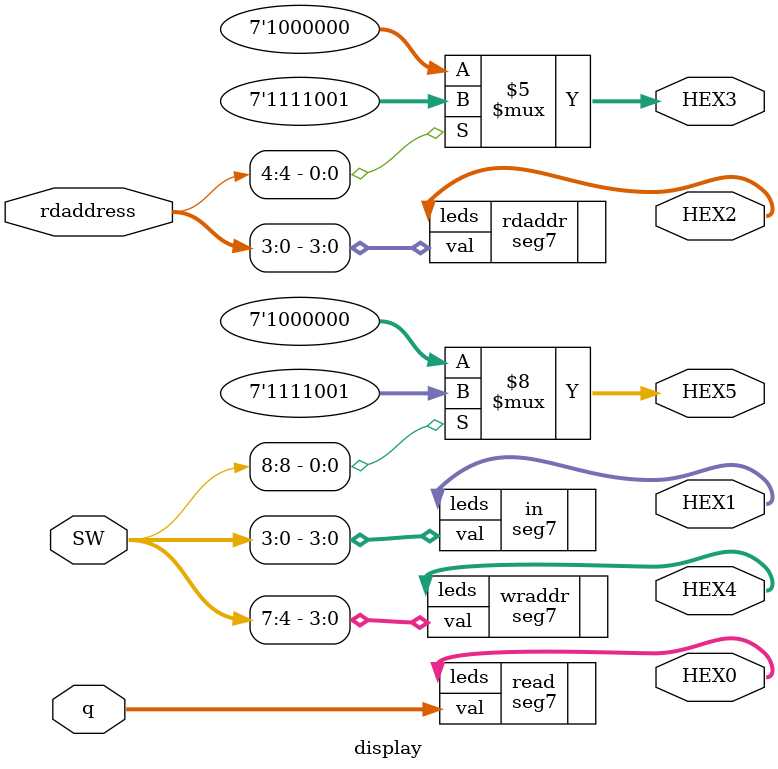
<source format=sv>
module display(SW, HEX0, HEX1, HEX2, HEX3, HEX4, HEX5, q, rdaddress);
	input logic [9:0] SW;
	input logic [4:0] rdaddress;
	input logic [3:0] q;
	output logic [6:0] HEX0, HEX1, HEX2, HEX3, HEX4, HEX5;
	
	// display the read value
	seg7 read(.val(q), .leds(HEX0));
	
	// display the unit digit of the read address
	seg7 rdaddr(.val(rdaddress[3:0]), .leds(HEX2));
	
	// display the input value
	seg7 in(.val(SW[3:0]), .leds(HEX1));
	
	// display the unit digit of the write address
	seg7 wraddr(.val(SW[7:4]), .leds(HEX4));
	
	always_comb begin
	   // display the ten digit of the write address
		if (SW[8] == 1)
			HEX5 = 7'b1111001; // 1
		else
			HEX5 = 7'b1000000; // 0
		// display the ten digit of the read address
		if (rdaddress[4] == 1)
			HEX3 = 7'b1111001; // 1
		else
			HEX3 = 7'b1000000; // 0
	end
endmodule

</source>
